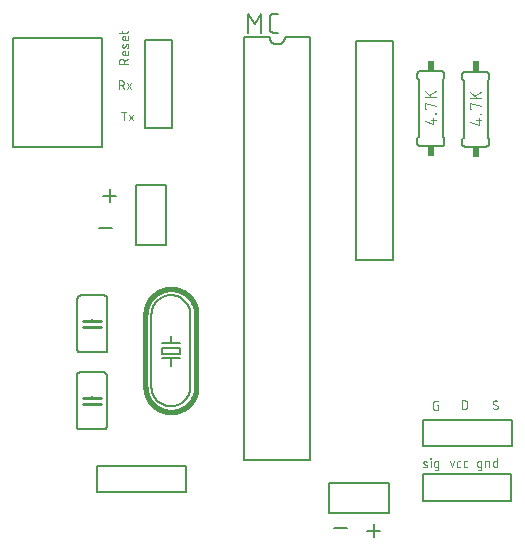
<source format=gbr>
G04 EAGLE Gerber X2 export*
%TF.Part,Single*%
%TF.FileFunction,Legend,Top,1*%
%TF.FilePolarity,Positive*%
%TF.GenerationSoftware,Autodesk,EAGLE,8.6.0*%
%TF.CreationDate,2018-07-05T08:13:12Z*%
G75*
%MOMM*%
%FSLAX34Y34*%
%LPD*%
%AMOC8*
5,1,8,0,0,1.08239X$1,22.5*%
G01*
%ADD10C,0.152400*%
%ADD11C,0.076200*%
%ADD12C,0.177800*%
%ADD13C,0.127000*%
%ADD14R,0.609600X0.863600*%
%ADD15C,0.254000*%
%ADD16C,0.406400*%


D10*
X734738Y90584D02*
X723901Y90584D01*
X729319Y85165D02*
X729319Y96002D01*
X730738Y63084D02*
X719901Y63084D01*
D11*
X1005891Y-86527D02*
X1007119Y-86527D01*
X1007119Y-90619D01*
X1004664Y-90619D01*
X1004586Y-90617D01*
X1004508Y-90612D01*
X1004431Y-90602D01*
X1004354Y-90589D01*
X1004278Y-90573D01*
X1004203Y-90553D01*
X1004129Y-90529D01*
X1004056Y-90502D01*
X1003984Y-90471D01*
X1003914Y-90437D01*
X1003846Y-90400D01*
X1003779Y-90359D01*
X1003714Y-90315D01*
X1003652Y-90269D01*
X1003592Y-90219D01*
X1003534Y-90167D01*
X1003479Y-90112D01*
X1003427Y-90054D01*
X1003377Y-89994D01*
X1003331Y-89932D01*
X1003287Y-89867D01*
X1003246Y-89801D01*
X1003209Y-89732D01*
X1003175Y-89662D01*
X1003144Y-89590D01*
X1003117Y-89517D01*
X1003093Y-89443D01*
X1003073Y-89368D01*
X1003057Y-89292D01*
X1003044Y-89215D01*
X1003034Y-89138D01*
X1003029Y-89060D01*
X1003027Y-88982D01*
X1003027Y-84890D01*
X1003029Y-84810D01*
X1003035Y-84730D01*
X1003045Y-84650D01*
X1003058Y-84571D01*
X1003076Y-84492D01*
X1003097Y-84415D01*
X1003123Y-84339D01*
X1003152Y-84264D01*
X1003184Y-84190D01*
X1003220Y-84118D01*
X1003260Y-84048D01*
X1003303Y-83981D01*
X1003349Y-83915D01*
X1003399Y-83852D01*
X1003451Y-83791D01*
X1003506Y-83732D01*
X1003565Y-83677D01*
X1003625Y-83625D01*
X1003689Y-83575D01*
X1003754Y-83529D01*
X1003822Y-83486D01*
X1003892Y-83446D01*
X1003964Y-83410D01*
X1004038Y-83378D01*
X1004112Y-83349D01*
X1004189Y-83324D01*
X1004266Y-83302D01*
X1004345Y-83284D01*
X1004424Y-83271D01*
X1004503Y-83261D01*
X1004584Y-83255D01*
X1004664Y-83253D01*
X1007119Y-83253D01*
X1027527Y-82753D02*
X1027527Y-90119D01*
X1027527Y-82753D02*
X1029573Y-82753D01*
X1029662Y-82755D01*
X1029751Y-82761D01*
X1029840Y-82771D01*
X1029928Y-82784D01*
X1030016Y-82801D01*
X1030103Y-82823D01*
X1030188Y-82848D01*
X1030273Y-82876D01*
X1030356Y-82909D01*
X1030438Y-82945D01*
X1030518Y-82984D01*
X1030596Y-83027D01*
X1030672Y-83073D01*
X1030747Y-83123D01*
X1030819Y-83176D01*
X1030888Y-83232D01*
X1030955Y-83291D01*
X1031020Y-83352D01*
X1031081Y-83417D01*
X1031140Y-83484D01*
X1031196Y-83553D01*
X1031249Y-83625D01*
X1031299Y-83700D01*
X1031345Y-83776D01*
X1031388Y-83854D01*
X1031427Y-83934D01*
X1031463Y-84016D01*
X1031496Y-84099D01*
X1031524Y-84184D01*
X1031549Y-84269D01*
X1031571Y-84356D01*
X1031588Y-84444D01*
X1031601Y-84532D01*
X1031611Y-84621D01*
X1031617Y-84710D01*
X1031619Y-84799D01*
X1031619Y-88073D01*
X1031617Y-88162D01*
X1031611Y-88251D01*
X1031601Y-88340D01*
X1031588Y-88428D01*
X1031571Y-88516D01*
X1031549Y-88603D01*
X1031524Y-88688D01*
X1031496Y-88773D01*
X1031463Y-88856D01*
X1031427Y-88938D01*
X1031388Y-89018D01*
X1031345Y-89096D01*
X1031299Y-89172D01*
X1031249Y-89247D01*
X1031196Y-89319D01*
X1031140Y-89388D01*
X1031081Y-89455D01*
X1031020Y-89520D01*
X1030955Y-89581D01*
X1030888Y-89640D01*
X1030819Y-89696D01*
X1030747Y-89749D01*
X1030672Y-89799D01*
X1030596Y-89845D01*
X1030518Y-89888D01*
X1030438Y-89927D01*
X1030356Y-89963D01*
X1030273Y-89996D01*
X1030188Y-90024D01*
X1030103Y-90049D01*
X1030016Y-90071D01*
X1029928Y-90088D01*
X1029840Y-90101D01*
X1029751Y-90111D01*
X1029662Y-90117D01*
X1029573Y-90119D01*
X1027527Y-90119D01*
X1055982Y-90119D02*
X1056060Y-90117D01*
X1056138Y-90112D01*
X1056215Y-90102D01*
X1056292Y-90089D01*
X1056368Y-90073D01*
X1056443Y-90053D01*
X1056517Y-90029D01*
X1056590Y-90002D01*
X1056662Y-89971D01*
X1056732Y-89937D01*
X1056801Y-89900D01*
X1056867Y-89859D01*
X1056932Y-89815D01*
X1056994Y-89769D01*
X1057054Y-89719D01*
X1057112Y-89667D01*
X1057167Y-89612D01*
X1057219Y-89554D01*
X1057269Y-89494D01*
X1057315Y-89432D01*
X1057359Y-89367D01*
X1057400Y-89300D01*
X1057437Y-89232D01*
X1057471Y-89162D01*
X1057502Y-89090D01*
X1057529Y-89017D01*
X1057553Y-88943D01*
X1057573Y-88868D01*
X1057589Y-88792D01*
X1057602Y-88715D01*
X1057612Y-88638D01*
X1057617Y-88560D01*
X1057619Y-88482D01*
X1055982Y-90119D02*
X1055868Y-90117D01*
X1055755Y-90112D01*
X1055641Y-90102D01*
X1055528Y-90089D01*
X1055416Y-90072D01*
X1055304Y-90052D01*
X1055193Y-90028D01*
X1055082Y-90000D01*
X1054973Y-89969D01*
X1054865Y-89934D01*
X1054758Y-89895D01*
X1054652Y-89853D01*
X1054548Y-89808D01*
X1054445Y-89759D01*
X1054344Y-89706D01*
X1054245Y-89651D01*
X1054147Y-89592D01*
X1054052Y-89530D01*
X1053959Y-89465D01*
X1053867Y-89397D01*
X1053779Y-89326D01*
X1053692Y-89252D01*
X1053608Y-89175D01*
X1053527Y-89096D01*
X1053731Y-84390D02*
X1053733Y-84312D01*
X1053738Y-84234D01*
X1053748Y-84157D01*
X1053761Y-84080D01*
X1053777Y-84004D01*
X1053797Y-83929D01*
X1053821Y-83855D01*
X1053848Y-83782D01*
X1053879Y-83710D01*
X1053913Y-83640D01*
X1053950Y-83572D01*
X1053991Y-83505D01*
X1054035Y-83440D01*
X1054081Y-83378D01*
X1054131Y-83318D01*
X1054183Y-83260D01*
X1054238Y-83205D01*
X1054296Y-83153D01*
X1054356Y-83103D01*
X1054418Y-83057D01*
X1054483Y-83013D01*
X1054550Y-82972D01*
X1054618Y-82935D01*
X1054688Y-82901D01*
X1054760Y-82870D01*
X1054833Y-82843D01*
X1054907Y-82819D01*
X1054982Y-82799D01*
X1055058Y-82783D01*
X1055135Y-82770D01*
X1055212Y-82760D01*
X1055290Y-82755D01*
X1055368Y-82753D01*
X1055478Y-82755D01*
X1055587Y-82761D01*
X1055697Y-82771D01*
X1055805Y-82784D01*
X1055914Y-82802D01*
X1056021Y-82823D01*
X1056128Y-82849D01*
X1056234Y-82878D01*
X1056339Y-82910D01*
X1056442Y-82947D01*
X1056544Y-82987D01*
X1056645Y-83031D01*
X1056744Y-83079D01*
X1056841Y-83129D01*
X1056936Y-83184D01*
X1057029Y-83242D01*
X1057120Y-83303D01*
X1057209Y-83367D01*
X1054550Y-85822D02*
X1054484Y-85780D01*
X1054419Y-85736D01*
X1054357Y-85688D01*
X1054297Y-85638D01*
X1054239Y-85585D01*
X1054184Y-85529D01*
X1054131Y-85471D01*
X1054082Y-85410D01*
X1054035Y-85347D01*
X1053991Y-85282D01*
X1053951Y-85215D01*
X1053914Y-85146D01*
X1053880Y-85075D01*
X1053849Y-85003D01*
X1053822Y-84929D01*
X1053798Y-84854D01*
X1053778Y-84779D01*
X1053762Y-84702D01*
X1053749Y-84625D01*
X1053739Y-84547D01*
X1053734Y-84468D01*
X1053732Y-84390D01*
X1056801Y-87049D02*
X1056868Y-87091D01*
X1056933Y-87135D01*
X1056995Y-87183D01*
X1057055Y-87233D01*
X1057113Y-87286D01*
X1057168Y-87342D01*
X1057220Y-87401D01*
X1057270Y-87461D01*
X1057317Y-87525D01*
X1057360Y-87590D01*
X1057401Y-87657D01*
X1057438Y-87726D01*
X1057472Y-87797D01*
X1057503Y-87869D01*
X1057530Y-87943D01*
X1057554Y-88017D01*
X1057574Y-88093D01*
X1057590Y-88170D01*
X1057603Y-88247D01*
X1057613Y-88325D01*
X1057618Y-88404D01*
X1057620Y-88482D01*
X1056801Y-87050D02*
X1054550Y-85822D01*
X1003031Y151381D02*
X995721Y153469D01*
X1003031Y151381D02*
X1003031Y156602D01*
X1000942Y155036D02*
X1005119Y155036D01*
X1005119Y160131D02*
X1004597Y160131D01*
X1004597Y160653D01*
X1005119Y160653D01*
X1005119Y160131D01*
X996765Y164183D02*
X995721Y164183D01*
X995721Y169404D01*
X1005119Y166793D01*
X1005119Y173763D02*
X995721Y173763D01*
X995721Y178984D02*
X1001464Y173763D01*
X999376Y175851D02*
X1005119Y178984D01*
X1034221Y152969D02*
X1041531Y150881D01*
X1041531Y156102D01*
X1039442Y154536D02*
X1043619Y154536D01*
X1043619Y159631D02*
X1043097Y159631D01*
X1043097Y160153D01*
X1043619Y160153D01*
X1043619Y159631D01*
X1035265Y163683D02*
X1034221Y163683D01*
X1034221Y168904D01*
X1043619Y166293D01*
X1043619Y173263D02*
X1034221Y173263D01*
X1034221Y178484D02*
X1039964Y173263D01*
X1037876Y175351D02*
X1043619Y178484D01*
X744619Y202381D02*
X737253Y202381D01*
X737253Y204427D01*
X737255Y204516D01*
X737261Y204605D01*
X737271Y204694D01*
X737284Y204782D01*
X737301Y204870D01*
X737323Y204957D01*
X737348Y205042D01*
X737376Y205127D01*
X737409Y205210D01*
X737445Y205292D01*
X737484Y205372D01*
X737527Y205450D01*
X737573Y205526D01*
X737623Y205601D01*
X737676Y205673D01*
X737732Y205742D01*
X737791Y205809D01*
X737852Y205874D01*
X737917Y205935D01*
X737984Y205994D01*
X738053Y206050D01*
X738125Y206103D01*
X738200Y206153D01*
X738276Y206199D01*
X738354Y206242D01*
X738434Y206281D01*
X738516Y206317D01*
X738599Y206350D01*
X738684Y206378D01*
X738769Y206403D01*
X738856Y206425D01*
X738944Y206442D01*
X739032Y206455D01*
X739121Y206465D01*
X739210Y206471D01*
X739299Y206473D01*
X739388Y206471D01*
X739477Y206465D01*
X739566Y206455D01*
X739654Y206442D01*
X739742Y206425D01*
X739829Y206403D01*
X739914Y206378D01*
X739999Y206350D01*
X740082Y206317D01*
X740164Y206281D01*
X740244Y206242D01*
X740322Y206199D01*
X740398Y206153D01*
X740473Y206103D01*
X740545Y206050D01*
X740614Y205994D01*
X740681Y205935D01*
X740746Y205874D01*
X740807Y205809D01*
X740866Y205742D01*
X740922Y205673D01*
X740975Y205601D01*
X741025Y205526D01*
X741071Y205450D01*
X741114Y205372D01*
X741153Y205292D01*
X741189Y205210D01*
X741222Y205127D01*
X741250Y205042D01*
X741275Y204957D01*
X741297Y204870D01*
X741314Y204782D01*
X741327Y204694D01*
X741337Y204605D01*
X741343Y204516D01*
X741345Y204427D01*
X741345Y202381D01*
X741345Y204836D02*
X744619Y206473D01*
X744619Y210794D02*
X744619Y212840D01*
X744619Y210794D02*
X744617Y210725D01*
X744611Y210657D01*
X744602Y210588D01*
X744588Y210521D01*
X744571Y210454D01*
X744550Y210388D01*
X744526Y210324D01*
X744497Y210261D01*
X744466Y210200D01*
X744431Y210141D01*
X744393Y210083D01*
X744351Y210028D01*
X744307Y209976D01*
X744259Y209926D01*
X744209Y209878D01*
X744157Y209834D01*
X744102Y209793D01*
X744044Y209754D01*
X743985Y209719D01*
X743924Y209688D01*
X743861Y209659D01*
X743797Y209635D01*
X743731Y209614D01*
X743664Y209597D01*
X743597Y209583D01*
X743529Y209574D01*
X743460Y209568D01*
X743391Y209566D01*
X743391Y209567D02*
X741345Y209567D01*
X741345Y209566D02*
X741266Y209568D01*
X741187Y209574D01*
X741108Y209583D01*
X741030Y209596D01*
X740953Y209614D01*
X740877Y209634D01*
X740802Y209659D01*
X740728Y209687D01*
X740655Y209718D01*
X740584Y209754D01*
X740515Y209792D01*
X740448Y209834D01*
X740383Y209879D01*
X740320Y209927D01*
X740259Y209978D01*
X740202Y210032D01*
X740146Y210088D01*
X740094Y210147D01*
X740044Y210209D01*
X739998Y210273D01*
X739954Y210339D01*
X739914Y210407D01*
X739878Y210477D01*
X739844Y210549D01*
X739814Y210623D01*
X739788Y210697D01*
X739765Y210773D01*
X739747Y210850D01*
X739731Y210927D01*
X739720Y211006D01*
X739712Y211084D01*
X739708Y211163D01*
X739708Y211243D01*
X739712Y211322D01*
X739720Y211400D01*
X739731Y211479D01*
X739747Y211556D01*
X739765Y211633D01*
X739788Y211709D01*
X739814Y211783D01*
X739844Y211857D01*
X739878Y211929D01*
X739914Y211999D01*
X739954Y212067D01*
X739998Y212133D01*
X740044Y212197D01*
X740094Y212259D01*
X740146Y212318D01*
X740202Y212374D01*
X740259Y212428D01*
X740320Y212479D01*
X740383Y212527D01*
X740448Y212572D01*
X740515Y212614D01*
X740584Y212652D01*
X740655Y212688D01*
X740728Y212719D01*
X740802Y212747D01*
X740877Y212772D01*
X740953Y212792D01*
X741030Y212810D01*
X741108Y212823D01*
X741187Y212832D01*
X741266Y212838D01*
X741345Y212840D01*
X742164Y212840D01*
X742164Y209567D01*
X741754Y216520D02*
X742573Y218566D01*
X741754Y216520D02*
X741729Y216461D01*
X741700Y216404D01*
X741667Y216349D01*
X741631Y216296D01*
X741593Y216245D01*
X741551Y216197D01*
X741506Y216151D01*
X741459Y216108D01*
X741409Y216068D01*
X741357Y216031D01*
X741302Y215997D01*
X741246Y215966D01*
X741188Y215939D01*
X741128Y215916D01*
X741068Y215896D01*
X741006Y215880D01*
X740943Y215867D01*
X740879Y215859D01*
X740816Y215854D01*
X740752Y215853D01*
X740688Y215856D01*
X740624Y215863D01*
X740561Y215874D01*
X740499Y215888D01*
X740437Y215906D01*
X740377Y215928D01*
X740318Y215953D01*
X740261Y215982D01*
X740206Y216015D01*
X740153Y216050D01*
X740102Y216089D01*
X740053Y216131D01*
X740007Y216175D01*
X739964Y216223D01*
X739924Y216272D01*
X739887Y216325D01*
X739853Y216379D01*
X739822Y216435D01*
X739795Y216493D01*
X739771Y216552D01*
X739752Y216613D01*
X739735Y216675D01*
X739723Y216738D01*
X739714Y216801D01*
X739709Y216865D01*
X739708Y216929D01*
X739712Y217065D01*
X739720Y217200D01*
X739732Y217336D01*
X739748Y217470D01*
X739768Y217605D01*
X739791Y217738D01*
X739819Y217871D01*
X739850Y218003D01*
X739885Y218134D01*
X739924Y218264D01*
X739967Y218393D01*
X740014Y218520D01*
X740064Y218646D01*
X740118Y218771D01*
X742573Y218566D02*
X742598Y218625D01*
X742627Y218682D01*
X742660Y218737D01*
X742696Y218790D01*
X742734Y218841D01*
X742776Y218889D01*
X742821Y218935D01*
X742868Y218978D01*
X742918Y219018D01*
X742970Y219055D01*
X743025Y219089D01*
X743081Y219120D01*
X743139Y219147D01*
X743199Y219170D01*
X743259Y219190D01*
X743321Y219206D01*
X743384Y219219D01*
X743448Y219227D01*
X743511Y219232D01*
X743575Y219233D01*
X743639Y219230D01*
X743703Y219223D01*
X743766Y219212D01*
X743828Y219198D01*
X743890Y219180D01*
X743950Y219158D01*
X744009Y219133D01*
X744066Y219104D01*
X744121Y219071D01*
X744174Y219036D01*
X744225Y218997D01*
X744274Y218955D01*
X744320Y218911D01*
X744363Y218863D01*
X744403Y218814D01*
X744440Y218761D01*
X744474Y218707D01*
X744505Y218651D01*
X744532Y218593D01*
X744556Y218534D01*
X744575Y218473D01*
X744592Y218411D01*
X744604Y218348D01*
X744613Y218285D01*
X744618Y218221D01*
X744619Y218157D01*
X744615Y217993D01*
X744607Y217829D01*
X744595Y217665D01*
X744579Y217502D01*
X744559Y217339D01*
X744536Y217176D01*
X744508Y217015D01*
X744477Y216853D01*
X744442Y216693D01*
X744403Y216534D01*
X744360Y216375D01*
X744314Y216218D01*
X744264Y216061D01*
X744210Y215906D01*
X744619Y223474D02*
X744619Y225520D01*
X744619Y223474D02*
X744617Y223405D01*
X744611Y223337D01*
X744602Y223268D01*
X744588Y223201D01*
X744571Y223134D01*
X744550Y223068D01*
X744526Y223004D01*
X744497Y222941D01*
X744466Y222880D01*
X744431Y222821D01*
X744393Y222763D01*
X744351Y222708D01*
X744307Y222656D01*
X744259Y222606D01*
X744209Y222558D01*
X744157Y222514D01*
X744102Y222473D01*
X744044Y222434D01*
X743985Y222399D01*
X743924Y222368D01*
X743861Y222339D01*
X743797Y222315D01*
X743731Y222294D01*
X743664Y222277D01*
X743597Y222263D01*
X743529Y222254D01*
X743460Y222248D01*
X743391Y222246D01*
X741345Y222246D01*
X741266Y222248D01*
X741187Y222254D01*
X741108Y222263D01*
X741030Y222276D01*
X740953Y222294D01*
X740877Y222314D01*
X740802Y222339D01*
X740728Y222367D01*
X740655Y222398D01*
X740584Y222434D01*
X740515Y222472D01*
X740448Y222514D01*
X740383Y222559D01*
X740320Y222607D01*
X740259Y222658D01*
X740202Y222712D01*
X740146Y222768D01*
X740094Y222827D01*
X740044Y222889D01*
X739998Y222953D01*
X739954Y223019D01*
X739914Y223087D01*
X739878Y223157D01*
X739844Y223229D01*
X739814Y223303D01*
X739788Y223377D01*
X739765Y223453D01*
X739747Y223530D01*
X739731Y223607D01*
X739720Y223686D01*
X739712Y223764D01*
X739708Y223843D01*
X739708Y223923D01*
X739712Y224002D01*
X739720Y224080D01*
X739731Y224159D01*
X739747Y224236D01*
X739765Y224313D01*
X739788Y224389D01*
X739814Y224463D01*
X739844Y224537D01*
X739878Y224609D01*
X739914Y224679D01*
X739954Y224747D01*
X739998Y224813D01*
X740044Y224877D01*
X740094Y224939D01*
X740146Y224998D01*
X740202Y225054D01*
X740259Y225108D01*
X740320Y225159D01*
X740383Y225207D01*
X740448Y225252D01*
X740515Y225294D01*
X740584Y225332D01*
X740655Y225368D01*
X740728Y225399D01*
X740802Y225427D01*
X740877Y225452D01*
X740953Y225472D01*
X741030Y225490D01*
X741108Y225503D01*
X741187Y225512D01*
X741266Y225518D01*
X741345Y225520D01*
X742164Y225520D01*
X742164Y222246D01*
X739708Y227956D02*
X739708Y230411D01*
X737253Y228774D02*
X743391Y228774D01*
X743460Y228776D01*
X743528Y228782D01*
X743597Y228791D01*
X743664Y228805D01*
X743731Y228822D01*
X743797Y228843D01*
X743861Y228867D01*
X743924Y228896D01*
X743985Y228927D01*
X744044Y228962D01*
X744102Y229000D01*
X744157Y229042D01*
X744209Y229086D01*
X744259Y229134D01*
X744307Y229184D01*
X744351Y229236D01*
X744393Y229291D01*
X744431Y229349D01*
X744466Y229408D01*
X744497Y229469D01*
X744526Y229532D01*
X744550Y229596D01*
X744571Y229662D01*
X744588Y229729D01*
X744602Y229796D01*
X744611Y229865D01*
X744617Y229933D01*
X744619Y230002D01*
X744619Y230411D01*
X736881Y188247D02*
X736881Y180881D01*
X736881Y188247D02*
X738927Y188247D01*
X739016Y188245D01*
X739105Y188239D01*
X739194Y188229D01*
X739282Y188216D01*
X739370Y188199D01*
X739457Y188177D01*
X739542Y188152D01*
X739627Y188124D01*
X739710Y188091D01*
X739792Y188055D01*
X739872Y188016D01*
X739950Y187973D01*
X740026Y187927D01*
X740101Y187877D01*
X740173Y187824D01*
X740242Y187768D01*
X740309Y187709D01*
X740374Y187648D01*
X740435Y187583D01*
X740494Y187516D01*
X740550Y187447D01*
X740603Y187375D01*
X740653Y187300D01*
X740699Y187224D01*
X740742Y187146D01*
X740781Y187066D01*
X740817Y186984D01*
X740850Y186901D01*
X740878Y186816D01*
X740903Y186731D01*
X740925Y186644D01*
X740942Y186556D01*
X740955Y186468D01*
X740965Y186379D01*
X740971Y186290D01*
X740973Y186201D01*
X740971Y186112D01*
X740965Y186023D01*
X740955Y185934D01*
X740942Y185846D01*
X740925Y185758D01*
X740903Y185671D01*
X740878Y185586D01*
X740850Y185501D01*
X740817Y185418D01*
X740781Y185336D01*
X740742Y185256D01*
X740699Y185178D01*
X740653Y185102D01*
X740603Y185027D01*
X740550Y184955D01*
X740494Y184886D01*
X740435Y184819D01*
X740374Y184754D01*
X740309Y184693D01*
X740242Y184634D01*
X740173Y184578D01*
X740101Y184525D01*
X740026Y184475D01*
X739950Y184429D01*
X739872Y184386D01*
X739792Y184347D01*
X739710Y184311D01*
X739627Y184278D01*
X739542Y184250D01*
X739457Y184225D01*
X739370Y184203D01*
X739282Y184186D01*
X739194Y184173D01*
X739105Y184163D01*
X739016Y184157D01*
X738927Y184155D01*
X736881Y184155D01*
X739336Y184155D02*
X740973Y180881D01*
X743823Y180881D02*
X747096Y185792D01*
X743823Y185792D02*
X747096Y180881D01*
X740927Y161747D02*
X740927Y154381D01*
X738881Y161747D02*
X742973Y161747D01*
X748660Y159292D02*
X745386Y154381D01*
X748660Y154381D02*
X745386Y159292D01*
X995234Y-136254D02*
X997280Y-137073D01*
X995234Y-136254D02*
X995175Y-136229D01*
X995118Y-136200D01*
X995063Y-136167D01*
X995010Y-136131D01*
X994959Y-136093D01*
X994911Y-136051D01*
X994865Y-136006D01*
X994822Y-135959D01*
X994782Y-135909D01*
X994745Y-135857D01*
X994711Y-135802D01*
X994680Y-135746D01*
X994653Y-135688D01*
X994630Y-135628D01*
X994610Y-135568D01*
X994594Y-135506D01*
X994581Y-135443D01*
X994573Y-135379D01*
X994568Y-135316D01*
X994567Y-135252D01*
X994570Y-135188D01*
X994577Y-135124D01*
X994588Y-135061D01*
X994602Y-134999D01*
X994620Y-134937D01*
X994642Y-134877D01*
X994667Y-134818D01*
X994696Y-134761D01*
X994729Y-134706D01*
X994764Y-134653D01*
X994803Y-134602D01*
X994845Y-134553D01*
X994889Y-134507D01*
X994937Y-134464D01*
X994986Y-134424D01*
X995039Y-134387D01*
X995093Y-134353D01*
X995149Y-134322D01*
X995207Y-134295D01*
X995266Y-134271D01*
X995327Y-134252D01*
X995389Y-134235D01*
X995452Y-134223D01*
X995515Y-134214D01*
X995579Y-134209D01*
X995643Y-134208D01*
X995779Y-134212D01*
X995914Y-134220D01*
X996050Y-134232D01*
X996184Y-134248D01*
X996319Y-134268D01*
X996452Y-134291D01*
X996585Y-134319D01*
X996717Y-134350D01*
X996848Y-134385D01*
X996978Y-134424D01*
X997107Y-134467D01*
X997234Y-134514D01*
X997360Y-134564D01*
X997485Y-134618D01*
X997280Y-137073D02*
X997339Y-137098D01*
X997396Y-137127D01*
X997451Y-137160D01*
X997504Y-137196D01*
X997555Y-137234D01*
X997603Y-137276D01*
X997649Y-137321D01*
X997692Y-137368D01*
X997732Y-137418D01*
X997769Y-137470D01*
X997803Y-137525D01*
X997834Y-137581D01*
X997861Y-137639D01*
X997884Y-137699D01*
X997904Y-137759D01*
X997920Y-137821D01*
X997933Y-137884D01*
X997941Y-137948D01*
X997946Y-138011D01*
X997947Y-138075D01*
X997944Y-138139D01*
X997937Y-138203D01*
X997926Y-138266D01*
X997912Y-138328D01*
X997894Y-138390D01*
X997872Y-138450D01*
X997847Y-138509D01*
X997818Y-138566D01*
X997785Y-138621D01*
X997750Y-138674D01*
X997711Y-138725D01*
X997669Y-138774D01*
X997625Y-138820D01*
X997577Y-138863D01*
X997528Y-138903D01*
X997475Y-138940D01*
X997421Y-138974D01*
X997365Y-139005D01*
X997307Y-139032D01*
X997248Y-139056D01*
X997187Y-139075D01*
X997125Y-139092D01*
X997062Y-139104D01*
X996999Y-139113D01*
X996935Y-139118D01*
X996871Y-139119D01*
X996707Y-139115D01*
X996543Y-139107D01*
X996379Y-139095D01*
X996216Y-139079D01*
X996053Y-139059D01*
X995890Y-139036D01*
X995729Y-139008D01*
X995567Y-138977D01*
X995407Y-138942D01*
X995248Y-138903D01*
X995089Y-138860D01*
X994932Y-138814D01*
X994775Y-138764D01*
X994620Y-138710D01*
X1000890Y-139119D02*
X1000890Y-134208D01*
X1000686Y-132162D02*
X1000686Y-131753D01*
X1001095Y-131753D01*
X1001095Y-132162D01*
X1000686Y-132162D01*
X1005073Y-139119D02*
X1007119Y-139119D01*
X1005073Y-139119D02*
X1005004Y-139117D01*
X1004936Y-139111D01*
X1004867Y-139102D01*
X1004800Y-139088D01*
X1004733Y-139071D01*
X1004667Y-139050D01*
X1004603Y-139026D01*
X1004540Y-138997D01*
X1004479Y-138966D01*
X1004420Y-138931D01*
X1004362Y-138893D01*
X1004307Y-138851D01*
X1004255Y-138807D01*
X1004205Y-138759D01*
X1004157Y-138709D01*
X1004113Y-138657D01*
X1004072Y-138602D01*
X1004033Y-138544D01*
X1003998Y-138485D01*
X1003967Y-138424D01*
X1003938Y-138361D01*
X1003914Y-138297D01*
X1003893Y-138231D01*
X1003876Y-138164D01*
X1003862Y-138097D01*
X1003853Y-138029D01*
X1003847Y-137960D01*
X1003845Y-137891D01*
X1003845Y-135436D01*
X1003847Y-135367D01*
X1003853Y-135299D01*
X1003862Y-135230D01*
X1003876Y-135163D01*
X1003893Y-135096D01*
X1003914Y-135030D01*
X1003938Y-134966D01*
X1003967Y-134903D01*
X1003998Y-134842D01*
X1004033Y-134783D01*
X1004071Y-134725D01*
X1004113Y-134670D01*
X1004157Y-134618D01*
X1004205Y-134568D01*
X1004255Y-134520D01*
X1004307Y-134476D01*
X1004362Y-134434D01*
X1004420Y-134396D01*
X1004479Y-134361D01*
X1004540Y-134330D01*
X1004603Y-134301D01*
X1004667Y-134277D01*
X1004733Y-134256D01*
X1004800Y-134239D01*
X1004867Y-134225D01*
X1004936Y-134216D01*
X1005004Y-134210D01*
X1005073Y-134208D01*
X1007119Y-134208D01*
X1007119Y-140347D01*
X1007117Y-140416D01*
X1007111Y-140484D01*
X1007102Y-140553D01*
X1007088Y-140620D01*
X1007071Y-140687D01*
X1007050Y-140753D01*
X1007026Y-140817D01*
X1006997Y-140880D01*
X1006966Y-140941D01*
X1006931Y-141000D01*
X1006893Y-141058D01*
X1006851Y-141113D01*
X1006807Y-141165D01*
X1006759Y-141215D01*
X1006709Y-141263D01*
X1006657Y-141307D01*
X1006602Y-141349D01*
X1006544Y-141387D01*
X1006485Y-141422D01*
X1006424Y-141453D01*
X1006361Y-141482D01*
X1006297Y-141506D01*
X1006231Y-141527D01*
X1006164Y-141544D01*
X1006097Y-141558D01*
X1006028Y-141567D01*
X1005960Y-141573D01*
X1005891Y-141575D01*
X1005891Y-141574D02*
X1004254Y-141574D01*
X1018678Y-139119D02*
X1017041Y-134208D01*
X1020315Y-134208D02*
X1018678Y-139119D01*
X1024374Y-139119D02*
X1026011Y-139119D01*
X1024374Y-139119D02*
X1024305Y-139117D01*
X1024237Y-139111D01*
X1024168Y-139102D01*
X1024101Y-139088D01*
X1024034Y-139071D01*
X1023968Y-139050D01*
X1023904Y-139026D01*
X1023841Y-138997D01*
X1023780Y-138966D01*
X1023721Y-138931D01*
X1023663Y-138893D01*
X1023608Y-138851D01*
X1023556Y-138807D01*
X1023506Y-138759D01*
X1023458Y-138709D01*
X1023414Y-138657D01*
X1023373Y-138602D01*
X1023334Y-138544D01*
X1023299Y-138485D01*
X1023268Y-138424D01*
X1023239Y-138361D01*
X1023215Y-138297D01*
X1023194Y-138231D01*
X1023177Y-138164D01*
X1023163Y-138097D01*
X1023154Y-138029D01*
X1023148Y-137960D01*
X1023146Y-137891D01*
X1023146Y-135436D01*
X1023148Y-135367D01*
X1023154Y-135299D01*
X1023163Y-135230D01*
X1023177Y-135163D01*
X1023194Y-135096D01*
X1023215Y-135030D01*
X1023239Y-134966D01*
X1023268Y-134903D01*
X1023299Y-134842D01*
X1023334Y-134783D01*
X1023372Y-134725D01*
X1023414Y-134670D01*
X1023458Y-134618D01*
X1023506Y-134568D01*
X1023556Y-134520D01*
X1023608Y-134476D01*
X1023663Y-134434D01*
X1023721Y-134396D01*
X1023780Y-134361D01*
X1023841Y-134330D01*
X1023904Y-134301D01*
X1023968Y-134277D01*
X1024034Y-134256D01*
X1024101Y-134239D01*
X1024168Y-134225D01*
X1024237Y-134216D01*
X1024305Y-134210D01*
X1024374Y-134208D01*
X1026011Y-134208D01*
X1029982Y-139119D02*
X1031619Y-139119D01*
X1029982Y-139119D02*
X1029913Y-139117D01*
X1029845Y-139111D01*
X1029776Y-139102D01*
X1029709Y-139088D01*
X1029642Y-139071D01*
X1029576Y-139050D01*
X1029512Y-139026D01*
X1029449Y-138997D01*
X1029388Y-138966D01*
X1029329Y-138931D01*
X1029271Y-138893D01*
X1029216Y-138851D01*
X1029164Y-138807D01*
X1029114Y-138759D01*
X1029066Y-138709D01*
X1029022Y-138657D01*
X1028981Y-138602D01*
X1028942Y-138544D01*
X1028907Y-138485D01*
X1028876Y-138424D01*
X1028847Y-138361D01*
X1028823Y-138297D01*
X1028802Y-138231D01*
X1028785Y-138164D01*
X1028771Y-138097D01*
X1028762Y-138029D01*
X1028756Y-137960D01*
X1028754Y-137891D01*
X1028754Y-135436D01*
X1028756Y-135367D01*
X1028762Y-135299D01*
X1028771Y-135230D01*
X1028785Y-135163D01*
X1028802Y-135096D01*
X1028823Y-135030D01*
X1028847Y-134966D01*
X1028876Y-134903D01*
X1028907Y-134842D01*
X1028942Y-134783D01*
X1028980Y-134725D01*
X1029022Y-134670D01*
X1029066Y-134618D01*
X1029114Y-134568D01*
X1029164Y-134520D01*
X1029216Y-134476D01*
X1029271Y-134434D01*
X1029329Y-134396D01*
X1029388Y-134361D01*
X1029449Y-134330D01*
X1029512Y-134301D01*
X1029576Y-134277D01*
X1029642Y-134256D01*
X1029709Y-134239D01*
X1029776Y-134225D01*
X1029845Y-134216D01*
X1029913Y-134210D01*
X1029982Y-134208D01*
X1031619Y-134208D01*
X1041662Y-139119D02*
X1043708Y-139119D01*
X1041662Y-139119D02*
X1041593Y-139117D01*
X1041525Y-139111D01*
X1041456Y-139102D01*
X1041389Y-139088D01*
X1041322Y-139071D01*
X1041256Y-139050D01*
X1041192Y-139026D01*
X1041129Y-138997D01*
X1041068Y-138966D01*
X1041009Y-138931D01*
X1040951Y-138893D01*
X1040896Y-138851D01*
X1040844Y-138807D01*
X1040794Y-138759D01*
X1040746Y-138709D01*
X1040702Y-138657D01*
X1040661Y-138602D01*
X1040622Y-138544D01*
X1040587Y-138485D01*
X1040556Y-138424D01*
X1040527Y-138361D01*
X1040503Y-138297D01*
X1040482Y-138231D01*
X1040465Y-138164D01*
X1040451Y-138097D01*
X1040442Y-138029D01*
X1040436Y-137960D01*
X1040434Y-137891D01*
X1040434Y-135436D01*
X1040436Y-135367D01*
X1040442Y-135299D01*
X1040451Y-135230D01*
X1040465Y-135163D01*
X1040482Y-135096D01*
X1040503Y-135030D01*
X1040527Y-134966D01*
X1040556Y-134903D01*
X1040587Y-134842D01*
X1040622Y-134783D01*
X1040660Y-134725D01*
X1040702Y-134670D01*
X1040746Y-134618D01*
X1040794Y-134568D01*
X1040844Y-134520D01*
X1040896Y-134476D01*
X1040951Y-134434D01*
X1041009Y-134396D01*
X1041068Y-134361D01*
X1041129Y-134330D01*
X1041192Y-134301D01*
X1041256Y-134277D01*
X1041322Y-134256D01*
X1041389Y-134239D01*
X1041456Y-134225D01*
X1041525Y-134216D01*
X1041593Y-134210D01*
X1041662Y-134208D01*
X1043708Y-134208D01*
X1043708Y-140347D01*
X1043706Y-140416D01*
X1043700Y-140484D01*
X1043691Y-140553D01*
X1043677Y-140620D01*
X1043660Y-140687D01*
X1043639Y-140753D01*
X1043615Y-140817D01*
X1043586Y-140880D01*
X1043555Y-140941D01*
X1043520Y-141000D01*
X1043482Y-141058D01*
X1043440Y-141113D01*
X1043396Y-141165D01*
X1043348Y-141215D01*
X1043298Y-141263D01*
X1043246Y-141307D01*
X1043191Y-141349D01*
X1043133Y-141387D01*
X1043074Y-141422D01*
X1043013Y-141453D01*
X1042950Y-141482D01*
X1042886Y-141506D01*
X1042820Y-141527D01*
X1042753Y-141544D01*
X1042686Y-141558D01*
X1042617Y-141567D01*
X1042549Y-141573D01*
X1042480Y-141575D01*
X1042480Y-141574D02*
X1040843Y-141574D01*
X1047303Y-139119D02*
X1047303Y-134208D01*
X1049349Y-134208D01*
X1049418Y-134210D01*
X1049486Y-134216D01*
X1049555Y-134225D01*
X1049622Y-134239D01*
X1049689Y-134256D01*
X1049755Y-134277D01*
X1049819Y-134301D01*
X1049882Y-134330D01*
X1049943Y-134361D01*
X1050002Y-134396D01*
X1050060Y-134434D01*
X1050115Y-134476D01*
X1050167Y-134520D01*
X1050217Y-134568D01*
X1050265Y-134618D01*
X1050309Y-134670D01*
X1050351Y-134725D01*
X1050389Y-134783D01*
X1050424Y-134842D01*
X1050455Y-134903D01*
X1050484Y-134966D01*
X1050508Y-135030D01*
X1050529Y-135096D01*
X1050546Y-135163D01*
X1050560Y-135230D01*
X1050569Y-135299D01*
X1050575Y-135367D01*
X1050577Y-135436D01*
X1050576Y-135436D02*
X1050576Y-139119D01*
X1057119Y-139119D02*
X1057119Y-131753D01*
X1057119Y-139119D02*
X1055073Y-139119D01*
X1055004Y-139117D01*
X1054936Y-139111D01*
X1054867Y-139102D01*
X1054800Y-139088D01*
X1054733Y-139071D01*
X1054667Y-139050D01*
X1054603Y-139026D01*
X1054540Y-138997D01*
X1054479Y-138966D01*
X1054420Y-138931D01*
X1054362Y-138893D01*
X1054307Y-138851D01*
X1054255Y-138807D01*
X1054205Y-138759D01*
X1054157Y-138709D01*
X1054113Y-138657D01*
X1054072Y-138602D01*
X1054033Y-138544D01*
X1053998Y-138485D01*
X1053967Y-138424D01*
X1053938Y-138361D01*
X1053914Y-138297D01*
X1053893Y-138231D01*
X1053876Y-138164D01*
X1053862Y-138097D01*
X1053853Y-138029D01*
X1053847Y-137960D01*
X1053845Y-137891D01*
X1053845Y-135436D01*
X1053847Y-135367D01*
X1053853Y-135299D01*
X1053862Y-135230D01*
X1053876Y-135163D01*
X1053893Y-135096D01*
X1053914Y-135030D01*
X1053938Y-134966D01*
X1053967Y-134903D01*
X1053998Y-134842D01*
X1054033Y-134783D01*
X1054071Y-134725D01*
X1054113Y-134670D01*
X1054157Y-134618D01*
X1054205Y-134568D01*
X1054255Y-134520D01*
X1054307Y-134476D01*
X1054362Y-134434D01*
X1054420Y-134396D01*
X1054479Y-134361D01*
X1054540Y-134330D01*
X1054603Y-134301D01*
X1054667Y-134277D01*
X1054733Y-134256D01*
X1054800Y-134239D01*
X1054867Y-134225D01*
X1054936Y-134216D01*
X1055004Y-134210D01*
X1055073Y-134208D01*
X1057119Y-134208D01*
D10*
X958238Y-192916D02*
X947401Y-192916D01*
X952819Y-198335D02*
X952819Y-187498D01*
X929738Y-190416D02*
X918901Y-190416D01*
X864650Y225070D02*
X843060Y225070D01*
X864650Y225070D02*
X864652Y224912D01*
X864658Y224753D01*
X864668Y224595D01*
X864682Y224438D01*
X864699Y224280D01*
X864721Y224124D01*
X864746Y223967D01*
X864776Y223812D01*
X864809Y223657D01*
X864846Y223503D01*
X864887Y223350D01*
X864932Y223198D01*
X864981Y223048D01*
X865033Y222898D01*
X865089Y222750D01*
X865149Y222603D01*
X865212Y222458D01*
X865279Y222315D01*
X865349Y222173D01*
X865423Y222033D01*
X865501Y221895D01*
X865582Y221759D01*
X865666Y221625D01*
X865753Y221493D01*
X865844Y221363D01*
X865938Y221236D01*
X866035Y221111D01*
X866136Y220988D01*
X866239Y220868D01*
X866345Y220751D01*
X866454Y220636D01*
X866566Y220524D01*
X866681Y220415D01*
X866798Y220309D01*
X866918Y220206D01*
X867041Y220105D01*
X867166Y220008D01*
X867293Y219914D01*
X867423Y219823D01*
X867555Y219736D01*
X867689Y219652D01*
X867825Y219571D01*
X867963Y219493D01*
X868103Y219419D01*
X868245Y219349D01*
X868388Y219282D01*
X868533Y219219D01*
X868680Y219159D01*
X868828Y219103D01*
X868978Y219051D01*
X869128Y219002D01*
X869280Y218957D01*
X869433Y218916D01*
X869587Y218879D01*
X869742Y218846D01*
X869897Y218816D01*
X870054Y218791D01*
X870210Y218769D01*
X870368Y218752D01*
X870525Y218738D01*
X870683Y218728D01*
X870842Y218722D01*
X871000Y218720D01*
X871158Y218722D01*
X871317Y218728D01*
X871475Y218738D01*
X871632Y218752D01*
X871790Y218769D01*
X871946Y218791D01*
X872103Y218816D01*
X872258Y218846D01*
X872413Y218879D01*
X872567Y218916D01*
X872720Y218957D01*
X872872Y219002D01*
X873022Y219051D01*
X873172Y219103D01*
X873320Y219159D01*
X873467Y219219D01*
X873612Y219282D01*
X873755Y219349D01*
X873897Y219419D01*
X874037Y219493D01*
X874175Y219571D01*
X874311Y219652D01*
X874445Y219736D01*
X874577Y219823D01*
X874707Y219914D01*
X874834Y220008D01*
X874959Y220105D01*
X875082Y220206D01*
X875202Y220309D01*
X875319Y220415D01*
X875434Y220524D01*
X875546Y220636D01*
X875655Y220751D01*
X875761Y220868D01*
X875864Y220988D01*
X875965Y221111D01*
X876062Y221236D01*
X876156Y221363D01*
X876247Y221493D01*
X876334Y221625D01*
X876418Y221759D01*
X876499Y221895D01*
X876577Y222033D01*
X876651Y222173D01*
X876721Y222315D01*
X876788Y222458D01*
X876851Y222603D01*
X876911Y222750D01*
X876967Y222898D01*
X877019Y223048D01*
X877068Y223198D01*
X877113Y223350D01*
X877154Y223503D01*
X877191Y223657D01*
X877224Y223812D01*
X877254Y223967D01*
X877279Y224124D01*
X877301Y224280D01*
X877318Y224438D01*
X877332Y224595D01*
X877342Y224753D01*
X877348Y224912D01*
X877350Y225070D01*
X843060Y225070D02*
X843060Y-133070D01*
X877350Y225070D02*
X898940Y225070D01*
X898940Y-133070D01*
X843060Y-133070D01*
D12*
X846489Y228753D02*
X846489Y244755D01*
X851823Y235865D01*
X857157Y244755D01*
X857157Y228753D01*
X868085Y228753D02*
X871641Y228753D01*
X868085Y228753D02*
X867969Y228755D01*
X867852Y228761D01*
X867736Y228770D01*
X867621Y228783D01*
X867506Y228800D01*
X867391Y228821D01*
X867278Y228846D01*
X867165Y228874D01*
X867053Y228906D01*
X866942Y228942D01*
X866832Y228981D01*
X866724Y229024D01*
X866617Y229070D01*
X866512Y229120D01*
X866409Y229173D01*
X866307Y229229D01*
X866207Y229289D01*
X866109Y229352D01*
X866014Y229419D01*
X865920Y229488D01*
X865829Y229560D01*
X865740Y229635D01*
X865654Y229714D01*
X865571Y229795D01*
X865490Y229878D01*
X865411Y229964D01*
X865336Y230053D01*
X865264Y230144D01*
X865195Y230238D01*
X865128Y230333D01*
X865065Y230431D01*
X865005Y230531D01*
X864949Y230633D01*
X864896Y230736D01*
X864846Y230841D01*
X864800Y230948D01*
X864757Y231056D01*
X864718Y231166D01*
X864682Y231277D01*
X864650Y231389D01*
X864622Y231502D01*
X864597Y231615D01*
X864576Y231730D01*
X864559Y231845D01*
X864546Y231960D01*
X864537Y232076D01*
X864531Y232193D01*
X864529Y232309D01*
X864529Y241199D01*
X864531Y241315D01*
X864537Y241432D01*
X864546Y241548D01*
X864559Y241663D01*
X864576Y241778D01*
X864597Y241893D01*
X864622Y242006D01*
X864650Y242119D01*
X864682Y242231D01*
X864718Y242342D01*
X864757Y242452D01*
X864800Y242560D01*
X864846Y242667D01*
X864896Y242772D01*
X864949Y242875D01*
X865005Y242977D01*
X865065Y243077D01*
X865128Y243175D01*
X865195Y243270D01*
X865264Y243364D01*
X865336Y243455D01*
X865411Y243544D01*
X865490Y243630D01*
X865571Y243713D01*
X865654Y243794D01*
X865740Y243873D01*
X865829Y243948D01*
X865920Y244020D01*
X866014Y244089D01*
X866109Y244156D01*
X866207Y244219D01*
X866307Y244279D01*
X866409Y244335D01*
X866512Y244388D01*
X866617Y244438D01*
X866724Y244484D01*
X866832Y244527D01*
X866942Y244566D01*
X867053Y244602D01*
X867165Y244634D01*
X867278Y244662D01*
X867391Y244687D01*
X867506Y244708D01*
X867621Y244725D01*
X867736Y244738D01*
X867852Y244747D01*
X867969Y244753D01*
X868085Y244755D01*
X871641Y244755D01*
D13*
X751800Y99900D02*
X751800Y49100D01*
X777200Y49100D01*
X777200Y99900D01*
X751800Y99900D01*
X793500Y-138000D02*
X793500Y-160500D01*
X718500Y-160500D01*
X718500Y-138000D01*
X793500Y-138000D01*
X1069500Y-121500D02*
X1069500Y-99000D01*
X1069500Y-121500D02*
X994500Y-121500D01*
X994500Y-99000D01*
X1069500Y-99000D01*
X1069000Y-145000D02*
X1069000Y-167500D01*
X994000Y-167500D01*
X994000Y-145000D01*
X1069000Y-145000D01*
X781500Y222500D02*
X759000Y222500D01*
X781500Y222500D02*
X781500Y147500D01*
X759000Y147500D01*
X759000Y222500D01*
X938000Y36000D02*
X969000Y36000D01*
X969000Y222000D01*
X938000Y222000D01*
X938000Y36000D01*
D10*
X1012430Y193710D02*
X1012428Y193810D01*
X1012422Y193909D01*
X1012412Y194009D01*
X1012399Y194107D01*
X1012381Y194206D01*
X1012360Y194303D01*
X1012335Y194399D01*
X1012306Y194495D01*
X1012273Y194589D01*
X1012237Y194682D01*
X1012197Y194773D01*
X1012153Y194863D01*
X1012106Y194951D01*
X1012056Y195037D01*
X1012002Y195121D01*
X1011945Y195203D01*
X1011885Y195282D01*
X1011821Y195360D01*
X1011755Y195434D01*
X1011686Y195506D01*
X1011614Y195575D01*
X1011540Y195641D01*
X1011462Y195705D01*
X1011383Y195765D01*
X1011301Y195822D01*
X1011217Y195876D01*
X1011131Y195926D01*
X1011043Y195973D01*
X1010953Y196017D01*
X1010862Y196057D01*
X1010769Y196093D01*
X1010675Y196126D01*
X1010579Y196155D01*
X1010483Y196180D01*
X1010386Y196201D01*
X1010287Y196219D01*
X1010189Y196232D01*
X1010089Y196242D01*
X1009990Y196248D01*
X1009890Y196250D01*
X992110Y196250D02*
X992010Y196248D01*
X991911Y196242D01*
X991811Y196232D01*
X991713Y196219D01*
X991614Y196201D01*
X991517Y196180D01*
X991421Y196155D01*
X991325Y196126D01*
X991231Y196093D01*
X991138Y196057D01*
X991047Y196017D01*
X990957Y195973D01*
X990869Y195926D01*
X990783Y195876D01*
X990699Y195822D01*
X990617Y195765D01*
X990538Y195705D01*
X990460Y195641D01*
X990386Y195575D01*
X990314Y195506D01*
X990245Y195434D01*
X990179Y195360D01*
X990115Y195282D01*
X990055Y195203D01*
X989998Y195121D01*
X989944Y195037D01*
X989894Y194951D01*
X989847Y194863D01*
X989803Y194773D01*
X989763Y194682D01*
X989727Y194589D01*
X989694Y194495D01*
X989665Y194399D01*
X989640Y194303D01*
X989619Y194206D01*
X989601Y194107D01*
X989588Y194009D01*
X989578Y193909D01*
X989572Y193810D01*
X989570Y193710D01*
X989570Y135290D02*
X989572Y135190D01*
X989578Y135091D01*
X989588Y134991D01*
X989601Y134893D01*
X989619Y134794D01*
X989640Y134697D01*
X989665Y134601D01*
X989694Y134505D01*
X989727Y134411D01*
X989763Y134318D01*
X989803Y134227D01*
X989847Y134137D01*
X989894Y134049D01*
X989944Y133963D01*
X989998Y133879D01*
X990055Y133797D01*
X990115Y133718D01*
X990179Y133640D01*
X990245Y133566D01*
X990314Y133494D01*
X990386Y133425D01*
X990460Y133359D01*
X990538Y133295D01*
X990617Y133235D01*
X990699Y133178D01*
X990783Y133124D01*
X990869Y133074D01*
X990957Y133027D01*
X991047Y132983D01*
X991138Y132943D01*
X991231Y132907D01*
X991325Y132874D01*
X991421Y132845D01*
X991517Y132820D01*
X991614Y132799D01*
X991713Y132781D01*
X991811Y132768D01*
X991911Y132758D01*
X992010Y132752D01*
X992110Y132750D01*
X1009890Y132750D02*
X1009990Y132752D01*
X1010089Y132758D01*
X1010189Y132768D01*
X1010287Y132781D01*
X1010386Y132799D01*
X1010483Y132820D01*
X1010579Y132845D01*
X1010675Y132874D01*
X1010769Y132907D01*
X1010862Y132943D01*
X1010953Y132983D01*
X1011043Y133027D01*
X1011131Y133074D01*
X1011217Y133124D01*
X1011301Y133178D01*
X1011383Y133235D01*
X1011462Y133295D01*
X1011540Y133359D01*
X1011614Y133425D01*
X1011686Y133494D01*
X1011755Y133566D01*
X1011821Y133640D01*
X1011885Y133718D01*
X1011945Y133797D01*
X1012002Y133879D01*
X1012056Y133963D01*
X1012106Y134049D01*
X1012153Y134137D01*
X1012197Y134227D01*
X1012237Y134318D01*
X1012273Y134411D01*
X1012306Y134505D01*
X1012335Y134601D01*
X1012360Y134697D01*
X1012381Y134794D01*
X1012399Y134893D01*
X1012412Y134991D01*
X1012422Y135091D01*
X1012428Y135190D01*
X1012430Y135290D01*
X1009890Y196250D02*
X992110Y196250D01*
X1012430Y193710D02*
X1012430Y189900D01*
X1011160Y188630D01*
X989570Y189900D02*
X989570Y193710D01*
X989570Y189900D02*
X990840Y188630D01*
X1011160Y140370D02*
X1012430Y139100D01*
X1011160Y140370D02*
X1011160Y188630D01*
X990840Y140370D02*
X989570Y139100D01*
X990840Y140370D02*
X990840Y188630D01*
X1012430Y139100D02*
X1012430Y135290D01*
X989570Y135290D02*
X989570Y139100D01*
X992110Y132750D02*
X1009890Y132750D01*
D14*
X1001000Y128432D03*
X1001000Y200568D03*
D10*
X1047890Y195750D02*
X1047990Y195748D01*
X1048089Y195742D01*
X1048189Y195732D01*
X1048287Y195719D01*
X1048386Y195701D01*
X1048483Y195680D01*
X1048579Y195655D01*
X1048675Y195626D01*
X1048769Y195593D01*
X1048862Y195557D01*
X1048953Y195517D01*
X1049043Y195473D01*
X1049131Y195426D01*
X1049217Y195376D01*
X1049301Y195322D01*
X1049383Y195265D01*
X1049462Y195205D01*
X1049540Y195141D01*
X1049614Y195075D01*
X1049686Y195006D01*
X1049755Y194934D01*
X1049821Y194860D01*
X1049885Y194782D01*
X1049945Y194703D01*
X1050002Y194621D01*
X1050056Y194537D01*
X1050106Y194451D01*
X1050153Y194363D01*
X1050197Y194273D01*
X1050237Y194182D01*
X1050273Y194089D01*
X1050306Y193995D01*
X1050335Y193899D01*
X1050360Y193803D01*
X1050381Y193706D01*
X1050399Y193607D01*
X1050412Y193509D01*
X1050422Y193409D01*
X1050428Y193310D01*
X1050430Y193210D01*
X1030110Y195750D02*
X1030010Y195748D01*
X1029911Y195742D01*
X1029811Y195732D01*
X1029713Y195719D01*
X1029614Y195701D01*
X1029517Y195680D01*
X1029421Y195655D01*
X1029325Y195626D01*
X1029231Y195593D01*
X1029138Y195557D01*
X1029047Y195517D01*
X1028957Y195473D01*
X1028869Y195426D01*
X1028783Y195376D01*
X1028699Y195322D01*
X1028617Y195265D01*
X1028538Y195205D01*
X1028460Y195141D01*
X1028386Y195075D01*
X1028314Y195006D01*
X1028245Y194934D01*
X1028179Y194860D01*
X1028115Y194782D01*
X1028055Y194703D01*
X1027998Y194621D01*
X1027944Y194537D01*
X1027894Y194451D01*
X1027847Y194363D01*
X1027803Y194273D01*
X1027763Y194182D01*
X1027727Y194089D01*
X1027694Y193995D01*
X1027665Y193899D01*
X1027640Y193803D01*
X1027619Y193706D01*
X1027601Y193607D01*
X1027588Y193509D01*
X1027578Y193409D01*
X1027572Y193310D01*
X1027570Y193210D01*
X1027570Y134790D02*
X1027572Y134690D01*
X1027578Y134591D01*
X1027588Y134491D01*
X1027601Y134393D01*
X1027619Y134294D01*
X1027640Y134197D01*
X1027665Y134101D01*
X1027694Y134005D01*
X1027727Y133911D01*
X1027763Y133818D01*
X1027803Y133727D01*
X1027847Y133637D01*
X1027894Y133549D01*
X1027944Y133463D01*
X1027998Y133379D01*
X1028055Y133297D01*
X1028115Y133218D01*
X1028179Y133140D01*
X1028245Y133066D01*
X1028314Y132994D01*
X1028386Y132925D01*
X1028460Y132859D01*
X1028538Y132795D01*
X1028617Y132735D01*
X1028699Y132678D01*
X1028783Y132624D01*
X1028869Y132574D01*
X1028957Y132527D01*
X1029047Y132483D01*
X1029138Y132443D01*
X1029231Y132407D01*
X1029325Y132374D01*
X1029421Y132345D01*
X1029517Y132320D01*
X1029614Y132299D01*
X1029713Y132281D01*
X1029811Y132268D01*
X1029911Y132258D01*
X1030010Y132252D01*
X1030110Y132250D01*
X1047890Y132250D02*
X1047990Y132252D01*
X1048089Y132258D01*
X1048189Y132268D01*
X1048287Y132281D01*
X1048386Y132299D01*
X1048483Y132320D01*
X1048579Y132345D01*
X1048675Y132374D01*
X1048769Y132407D01*
X1048862Y132443D01*
X1048953Y132483D01*
X1049043Y132527D01*
X1049131Y132574D01*
X1049217Y132624D01*
X1049301Y132678D01*
X1049383Y132735D01*
X1049462Y132795D01*
X1049540Y132859D01*
X1049614Y132925D01*
X1049686Y132994D01*
X1049755Y133066D01*
X1049821Y133140D01*
X1049885Y133218D01*
X1049945Y133297D01*
X1050002Y133379D01*
X1050056Y133463D01*
X1050106Y133549D01*
X1050153Y133637D01*
X1050197Y133727D01*
X1050237Y133818D01*
X1050273Y133911D01*
X1050306Y134005D01*
X1050335Y134101D01*
X1050360Y134197D01*
X1050381Y134294D01*
X1050399Y134393D01*
X1050412Y134491D01*
X1050422Y134591D01*
X1050428Y134690D01*
X1050430Y134790D01*
X1047890Y195750D02*
X1030110Y195750D01*
X1050430Y193210D02*
X1050430Y189400D01*
X1049160Y188130D01*
X1027570Y189400D02*
X1027570Y193210D01*
X1027570Y189400D02*
X1028840Y188130D01*
X1049160Y139870D02*
X1050430Y138600D01*
X1049160Y139870D02*
X1049160Y188130D01*
X1028840Y139870D02*
X1027570Y138600D01*
X1028840Y139870D02*
X1028840Y188130D01*
X1050430Y138600D02*
X1050430Y134790D01*
X1027570Y134790D02*
X1027570Y138600D01*
X1030110Y132250D02*
X1047890Y132250D01*
D14*
X1039000Y127932D03*
X1039000Y200068D03*
D10*
X726700Y-61410D02*
X726700Y-104590D01*
X701300Y-104590D02*
X701300Y-61410D01*
X703840Y-107130D02*
X724160Y-107130D01*
X724160Y-58870D02*
X703840Y-58870D01*
X726700Y-104590D02*
X726698Y-104690D01*
X726692Y-104789D01*
X726682Y-104889D01*
X726669Y-104987D01*
X726651Y-105086D01*
X726630Y-105183D01*
X726605Y-105279D01*
X726576Y-105375D01*
X726543Y-105469D01*
X726507Y-105562D01*
X726467Y-105653D01*
X726423Y-105743D01*
X726376Y-105831D01*
X726326Y-105917D01*
X726272Y-106001D01*
X726215Y-106083D01*
X726155Y-106162D01*
X726091Y-106240D01*
X726025Y-106314D01*
X725956Y-106386D01*
X725884Y-106455D01*
X725810Y-106521D01*
X725732Y-106585D01*
X725653Y-106645D01*
X725571Y-106702D01*
X725487Y-106756D01*
X725401Y-106806D01*
X725313Y-106853D01*
X725223Y-106897D01*
X725132Y-106937D01*
X725039Y-106973D01*
X724945Y-107006D01*
X724849Y-107035D01*
X724753Y-107060D01*
X724656Y-107081D01*
X724557Y-107099D01*
X724459Y-107112D01*
X724359Y-107122D01*
X724260Y-107128D01*
X724160Y-107130D01*
X726700Y-61410D02*
X726698Y-61310D01*
X726692Y-61211D01*
X726682Y-61111D01*
X726669Y-61013D01*
X726651Y-60914D01*
X726630Y-60817D01*
X726605Y-60721D01*
X726576Y-60625D01*
X726543Y-60531D01*
X726507Y-60438D01*
X726467Y-60347D01*
X726423Y-60257D01*
X726376Y-60169D01*
X726326Y-60083D01*
X726272Y-59999D01*
X726215Y-59917D01*
X726155Y-59838D01*
X726091Y-59760D01*
X726025Y-59686D01*
X725956Y-59614D01*
X725884Y-59545D01*
X725810Y-59479D01*
X725732Y-59415D01*
X725653Y-59355D01*
X725571Y-59298D01*
X725487Y-59244D01*
X725401Y-59194D01*
X725313Y-59147D01*
X725223Y-59103D01*
X725132Y-59063D01*
X725039Y-59027D01*
X724945Y-58994D01*
X724849Y-58965D01*
X724753Y-58940D01*
X724656Y-58919D01*
X724557Y-58901D01*
X724459Y-58888D01*
X724359Y-58878D01*
X724260Y-58872D01*
X724160Y-58870D01*
X701300Y-104590D02*
X701302Y-104690D01*
X701308Y-104789D01*
X701318Y-104889D01*
X701331Y-104987D01*
X701349Y-105086D01*
X701370Y-105183D01*
X701395Y-105279D01*
X701424Y-105375D01*
X701457Y-105469D01*
X701493Y-105562D01*
X701533Y-105653D01*
X701577Y-105743D01*
X701624Y-105831D01*
X701674Y-105917D01*
X701728Y-106001D01*
X701785Y-106083D01*
X701845Y-106162D01*
X701909Y-106240D01*
X701975Y-106314D01*
X702044Y-106386D01*
X702116Y-106455D01*
X702190Y-106521D01*
X702268Y-106585D01*
X702347Y-106645D01*
X702429Y-106702D01*
X702513Y-106756D01*
X702599Y-106806D01*
X702687Y-106853D01*
X702777Y-106897D01*
X702868Y-106937D01*
X702961Y-106973D01*
X703055Y-107006D01*
X703151Y-107035D01*
X703247Y-107060D01*
X703344Y-107081D01*
X703443Y-107099D01*
X703541Y-107112D01*
X703641Y-107122D01*
X703740Y-107128D01*
X703840Y-107130D01*
X701300Y-61410D02*
X701302Y-61310D01*
X701308Y-61211D01*
X701318Y-61111D01*
X701331Y-61013D01*
X701349Y-60914D01*
X701370Y-60817D01*
X701395Y-60721D01*
X701424Y-60625D01*
X701457Y-60531D01*
X701493Y-60438D01*
X701533Y-60347D01*
X701577Y-60257D01*
X701624Y-60169D01*
X701674Y-60083D01*
X701728Y-59999D01*
X701785Y-59917D01*
X701845Y-59838D01*
X701909Y-59760D01*
X701975Y-59686D01*
X702044Y-59614D01*
X702116Y-59545D01*
X702190Y-59479D01*
X702268Y-59415D01*
X702347Y-59355D01*
X702429Y-59298D01*
X702513Y-59244D01*
X702599Y-59194D01*
X702687Y-59147D01*
X702777Y-59103D01*
X702868Y-59063D01*
X702961Y-59027D01*
X703055Y-58994D01*
X703151Y-58965D01*
X703247Y-58940D01*
X703344Y-58919D01*
X703443Y-58901D01*
X703541Y-58888D01*
X703641Y-58878D01*
X703740Y-58872D01*
X703840Y-58870D01*
X714000Y-85540D02*
X714000Y-86810D01*
D15*
X714000Y-85540D02*
X721620Y-85540D01*
X714000Y-85540D02*
X706380Y-85540D01*
X714000Y-80460D02*
X721620Y-80460D01*
X714000Y-80460D02*
X706380Y-80460D01*
D10*
X714000Y-80460D02*
X714000Y-79190D01*
D16*
X802590Y-70980D02*
X802590Y-10020D01*
X759410Y-10020D02*
X759410Y-70980D01*
D10*
X797510Y-70980D02*
X797510Y-10020D01*
X764490Y-10020D02*
X764490Y-70980D01*
X773380Y-43040D02*
X773380Y-37960D01*
X788620Y-37960D01*
X788620Y-43040D01*
X773380Y-43040D01*
X773380Y-34150D02*
X781000Y-34150D01*
X788620Y-34150D01*
X781000Y-46850D02*
X773380Y-46850D01*
X781000Y-46850D02*
X788620Y-46850D01*
X781000Y-34150D02*
X781000Y-27800D01*
X781000Y-46850D02*
X781000Y-53200D01*
D16*
X759410Y-70980D02*
X759416Y-71506D01*
X759436Y-72031D01*
X759468Y-72556D01*
X759512Y-73080D01*
X759570Y-73602D01*
X759640Y-74124D01*
X759723Y-74643D01*
X759818Y-75160D01*
X759927Y-75674D01*
X760047Y-76186D01*
X760180Y-76695D01*
X760325Y-77200D01*
X760483Y-77702D01*
X760653Y-78199D01*
X760835Y-78693D01*
X761028Y-79181D01*
X761234Y-79665D01*
X761451Y-80144D01*
X761680Y-80617D01*
X761921Y-81085D01*
X762172Y-81547D01*
X762435Y-82002D01*
X762709Y-82451D01*
X762994Y-82893D01*
X763289Y-83328D01*
X763595Y-83755D01*
X763912Y-84175D01*
X764238Y-84587D01*
X764574Y-84992D01*
X764920Y-85387D01*
X765276Y-85775D01*
X765641Y-86153D01*
X766015Y-86523D01*
X766398Y-86883D01*
X766789Y-87234D01*
X767189Y-87575D01*
X767598Y-87906D01*
X768014Y-88228D01*
X768438Y-88539D01*
X768869Y-88840D01*
X769307Y-89130D01*
X769753Y-89409D01*
X770205Y-89677D01*
X770664Y-89935D01*
X771128Y-90181D01*
X771599Y-90416D01*
X772075Y-90639D01*
X772556Y-90850D01*
X773042Y-91050D01*
X773533Y-91238D01*
X774029Y-91414D01*
X774529Y-91577D01*
X775032Y-91729D01*
X775539Y-91868D01*
X776049Y-91995D01*
X776563Y-92109D01*
X777078Y-92211D01*
X777597Y-92300D01*
X778117Y-92377D01*
X778639Y-92440D01*
X779162Y-92492D01*
X779686Y-92530D01*
X780211Y-92556D01*
X780737Y-92568D01*
X781263Y-92568D01*
X781789Y-92556D01*
X782314Y-92530D01*
X782838Y-92492D01*
X783361Y-92440D01*
X783883Y-92377D01*
X784403Y-92300D01*
X784922Y-92211D01*
X785437Y-92109D01*
X785951Y-91995D01*
X786461Y-91868D01*
X786968Y-91729D01*
X787471Y-91577D01*
X787971Y-91414D01*
X788467Y-91238D01*
X788958Y-91050D01*
X789444Y-90850D01*
X789925Y-90639D01*
X790401Y-90416D01*
X790872Y-90181D01*
X791336Y-89935D01*
X791795Y-89677D01*
X792247Y-89409D01*
X792693Y-89130D01*
X793131Y-88840D01*
X793562Y-88539D01*
X793986Y-88228D01*
X794402Y-87906D01*
X794811Y-87575D01*
X795211Y-87234D01*
X795602Y-86883D01*
X795985Y-86523D01*
X796359Y-86153D01*
X796724Y-85775D01*
X797080Y-85387D01*
X797426Y-84992D01*
X797762Y-84587D01*
X798088Y-84175D01*
X798405Y-83755D01*
X798711Y-83328D01*
X799006Y-82893D01*
X799291Y-82451D01*
X799565Y-82002D01*
X799828Y-81547D01*
X800079Y-81085D01*
X800320Y-80617D01*
X800549Y-80144D01*
X800766Y-79665D01*
X800972Y-79181D01*
X801165Y-78693D01*
X801347Y-78199D01*
X801517Y-77702D01*
X801675Y-77200D01*
X801820Y-76695D01*
X801953Y-76186D01*
X802073Y-75674D01*
X802182Y-75160D01*
X802277Y-74643D01*
X802360Y-74124D01*
X802430Y-73602D01*
X802488Y-73080D01*
X802532Y-72556D01*
X802564Y-72031D01*
X802584Y-71506D01*
X802590Y-70980D01*
X802590Y-10020D02*
X802584Y-9494D01*
X802564Y-8969D01*
X802532Y-8444D01*
X802488Y-7920D01*
X802430Y-7398D01*
X802360Y-6876D01*
X802277Y-6357D01*
X802182Y-5840D01*
X802073Y-5326D01*
X801953Y-4814D01*
X801820Y-4305D01*
X801675Y-3800D01*
X801517Y-3298D01*
X801347Y-2801D01*
X801165Y-2307D01*
X800972Y-1819D01*
X800766Y-1335D01*
X800549Y-856D01*
X800320Y-383D01*
X800079Y85D01*
X799828Y547D01*
X799565Y1002D01*
X799291Y1451D01*
X799006Y1893D01*
X798711Y2328D01*
X798405Y2755D01*
X798088Y3175D01*
X797762Y3587D01*
X797426Y3992D01*
X797080Y4387D01*
X796724Y4775D01*
X796359Y5153D01*
X795985Y5523D01*
X795602Y5883D01*
X795211Y6234D01*
X794811Y6575D01*
X794402Y6906D01*
X793986Y7228D01*
X793562Y7539D01*
X793131Y7840D01*
X792693Y8130D01*
X792247Y8409D01*
X791795Y8677D01*
X791336Y8935D01*
X790872Y9181D01*
X790401Y9416D01*
X789925Y9639D01*
X789444Y9850D01*
X788958Y10050D01*
X788467Y10238D01*
X787971Y10414D01*
X787471Y10577D01*
X786968Y10729D01*
X786461Y10868D01*
X785951Y10995D01*
X785437Y11109D01*
X784922Y11211D01*
X784403Y11300D01*
X783883Y11377D01*
X783361Y11440D01*
X782838Y11492D01*
X782314Y11530D01*
X781789Y11556D01*
X781263Y11568D01*
X780737Y11568D01*
X780211Y11556D01*
X779686Y11530D01*
X779162Y11492D01*
X778639Y11440D01*
X778117Y11377D01*
X777597Y11300D01*
X777078Y11211D01*
X776563Y11109D01*
X776049Y10995D01*
X775539Y10868D01*
X775032Y10729D01*
X774529Y10577D01*
X774029Y10414D01*
X773533Y10238D01*
X773042Y10050D01*
X772556Y9850D01*
X772075Y9639D01*
X771599Y9416D01*
X771128Y9181D01*
X770664Y8935D01*
X770205Y8677D01*
X769753Y8409D01*
X769307Y8130D01*
X768869Y7840D01*
X768438Y7539D01*
X768014Y7228D01*
X767598Y6906D01*
X767189Y6575D01*
X766789Y6234D01*
X766398Y5883D01*
X766015Y5523D01*
X765641Y5153D01*
X765276Y4775D01*
X764920Y4387D01*
X764574Y3992D01*
X764238Y3587D01*
X763912Y3175D01*
X763595Y2755D01*
X763289Y2328D01*
X762994Y1893D01*
X762709Y1451D01*
X762435Y1002D01*
X762172Y547D01*
X761921Y85D01*
X761680Y-383D01*
X761451Y-856D01*
X761234Y-1335D01*
X761028Y-1819D01*
X760835Y-2307D01*
X760653Y-2801D01*
X760483Y-3298D01*
X760325Y-3800D01*
X760180Y-4305D01*
X760047Y-4814D01*
X759927Y-5326D01*
X759818Y-5840D01*
X759723Y-6357D01*
X759640Y-6876D01*
X759570Y-7398D01*
X759512Y-7920D01*
X759468Y-8444D01*
X759436Y-8969D01*
X759416Y-9494D01*
X759410Y-10020D01*
D10*
X764490Y-70980D02*
X764495Y-71382D01*
X764510Y-71784D01*
X764534Y-72185D01*
X764568Y-72586D01*
X764612Y-72985D01*
X764666Y-73384D01*
X764729Y-73781D01*
X764802Y-74176D01*
X764885Y-74570D01*
X764977Y-74961D01*
X765079Y-75350D01*
X765190Y-75737D01*
X765311Y-76120D01*
X765440Y-76501D01*
X765579Y-76878D01*
X765728Y-77252D01*
X765885Y-77622D01*
X766051Y-77988D01*
X766226Y-78350D01*
X766410Y-78707D01*
X766602Y-79060D01*
X766803Y-79408D01*
X767013Y-79752D01*
X767231Y-80090D01*
X767457Y-80422D01*
X767691Y-80749D01*
X767932Y-81070D01*
X768182Y-81386D01*
X768439Y-81695D01*
X768704Y-81997D01*
X768976Y-82294D01*
X769255Y-82583D01*
X769541Y-82866D01*
X769834Y-83141D01*
X770133Y-83409D01*
X770439Y-83670D01*
X770751Y-83924D01*
X771069Y-84170D01*
X771394Y-84407D01*
X771723Y-84637D01*
X772059Y-84859D01*
X772399Y-85073D01*
X772745Y-85278D01*
X773096Y-85475D01*
X773451Y-85663D01*
X773811Y-85843D01*
X774175Y-86013D01*
X774543Y-86175D01*
X774915Y-86328D01*
X775290Y-86471D01*
X775669Y-86606D01*
X776051Y-86731D01*
X776436Y-86847D01*
X776824Y-86953D01*
X777214Y-87050D01*
X777607Y-87138D01*
X778001Y-87215D01*
X778397Y-87284D01*
X778795Y-87342D01*
X779194Y-87391D01*
X779594Y-87430D01*
X779995Y-87459D01*
X780397Y-87479D01*
X780799Y-87489D01*
X781201Y-87489D01*
X781603Y-87479D01*
X782005Y-87459D01*
X782406Y-87430D01*
X782806Y-87391D01*
X783205Y-87342D01*
X783603Y-87284D01*
X783999Y-87215D01*
X784393Y-87138D01*
X784786Y-87050D01*
X785176Y-86953D01*
X785564Y-86847D01*
X785949Y-86731D01*
X786331Y-86606D01*
X786710Y-86471D01*
X787085Y-86328D01*
X787457Y-86175D01*
X787825Y-86013D01*
X788189Y-85843D01*
X788549Y-85663D01*
X788904Y-85475D01*
X789255Y-85278D01*
X789601Y-85073D01*
X789941Y-84859D01*
X790277Y-84637D01*
X790606Y-84407D01*
X790931Y-84170D01*
X791249Y-83924D01*
X791561Y-83670D01*
X791867Y-83409D01*
X792166Y-83141D01*
X792459Y-82866D01*
X792745Y-82583D01*
X793024Y-82294D01*
X793296Y-81997D01*
X793561Y-81695D01*
X793818Y-81386D01*
X794068Y-81070D01*
X794309Y-80749D01*
X794543Y-80422D01*
X794769Y-80090D01*
X794987Y-79752D01*
X795197Y-79408D01*
X795398Y-79060D01*
X795590Y-78707D01*
X795774Y-78350D01*
X795949Y-77988D01*
X796115Y-77622D01*
X796272Y-77252D01*
X796421Y-76878D01*
X796560Y-76501D01*
X796689Y-76120D01*
X796810Y-75737D01*
X796921Y-75350D01*
X797023Y-74961D01*
X797115Y-74570D01*
X797198Y-74176D01*
X797271Y-73781D01*
X797334Y-73384D01*
X797388Y-72985D01*
X797432Y-72586D01*
X797466Y-72185D01*
X797490Y-71784D01*
X797505Y-71382D01*
X797510Y-70980D01*
X797510Y-10020D02*
X797505Y-9618D01*
X797490Y-9216D01*
X797466Y-8815D01*
X797432Y-8414D01*
X797388Y-8015D01*
X797334Y-7616D01*
X797271Y-7219D01*
X797198Y-6824D01*
X797115Y-6430D01*
X797023Y-6039D01*
X796921Y-5650D01*
X796810Y-5263D01*
X796689Y-4880D01*
X796560Y-4499D01*
X796421Y-4122D01*
X796272Y-3748D01*
X796115Y-3378D01*
X795949Y-3012D01*
X795774Y-2650D01*
X795590Y-2293D01*
X795398Y-1940D01*
X795197Y-1592D01*
X794987Y-1248D01*
X794769Y-910D01*
X794543Y-578D01*
X794309Y-251D01*
X794068Y70D01*
X793818Y386D01*
X793561Y695D01*
X793296Y997D01*
X793024Y1294D01*
X792745Y1583D01*
X792459Y1866D01*
X792166Y2141D01*
X791867Y2409D01*
X791561Y2670D01*
X791249Y2924D01*
X790931Y3170D01*
X790606Y3407D01*
X790277Y3637D01*
X789941Y3859D01*
X789601Y4073D01*
X789255Y4278D01*
X788904Y4475D01*
X788549Y4663D01*
X788189Y4843D01*
X787825Y5013D01*
X787457Y5175D01*
X787085Y5328D01*
X786710Y5471D01*
X786331Y5606D01*
X785949Y5731D01*
X785564Y5847D01*
X785176Y5953D01*
X784786Y6050D01*
X784393Y6138D01*
X783999Y6215D01*
X783603Y6284D01*
X783205Y6342D01*
X782806Y6391D01*
X782406Y6430D01*
X782005Y6459D01*
X781603Y6479D01*
X781201Y6489D01*
X780799Y6489D01*
X780397Y6479D01*
X779995Y6459D01*
X779594Y6430D01*
X779194Y6391D01*
X778795Y6342D01*
X778397Y6284D01*
X778001Y6215D01*
X777607Y6138D01*
X777214Y6050D01*
X776824Y5953D01*
X776436Y5847D01*
X776051Y5731D01*
X775669Y5606D01*
X775290Y5471D01*
X774915Y5328D01*
X774543Y5175D01*
X774175Y5013D01*
X773811Y4843D01*
X773451Y4663D01*
X773096Y4475D01*
X772745Y4278D01*
X772399Y4073D01*
X772059Y3859D01*
X771723Y3637D01*
X771394Y3407D01*
X771069Y3170D01*
X770751Y2924D01*
X770439Y2670D01*
X770133Y2409D01*
X769834Y2141D01*
X769541Y1866D01*
X769255Y1583D01*
X768976Y1294D01*
X768704Y997D01*
X768439Y695D01*
X768182Y386D01*
X767932Y70D01*
X767691Y-251D01*
X767457Y-578D01*
X767231Y-910D01*
X767013Y-1248D01*
X766803Y-1592D01*
X766602Y-1940D01*
X766410Y-2293D01*
X766226Y-2650D01*
X766051Y-3012D01*
X765885Y-3378D01*
X765728Y-3748D01*
X765579Y-4122D01*
X765440Y-4499D01*
X765311Y-4880D01*
X765190Y-5263D01*
X765079Y-5650D01*
X764977Y-6039D01*
X764885Y-6430D01*
X764802Y-6824D01*
X764729Y-7219D01*
X764666Y-7616D01*
X764612Y-8015D01*
X764568Y-8414D01*
X764534Y-8815D01*
X764510Y-9216D01*
X764495Y-9618D01*
X764490Y-10020D01*
D13*
X722500Y131500D02*
X647500Y131500D01*
X647500Y224000D01*
X722500Y224000D01*
X722500Y131500D01*
D10*
X727200Y3590D02*
X727200Y-39590D01*
X701800Y-39590D02*
X701800Y3590D01*
X704340Y-42130D02*
X724660Y-42130D01*
X724660Y6130D02*
X704340Y6130D01*
X727200Y-39590D02*
X727198Y-39690D01*
X727192Y-39789D01*
X727182Y-39889D01*
X727169Y-39987D01*
X727151Y-40086D01*
X727130Y-40183D01*
X727105Y-40279D01*
X727076Y-40375D01*
X727043Y-40469D01*
X727007Y-40562D01*
X726967Y-40653D01*
X726923Y-40743D01*
X726876Y-40831D01*
X726826Y-40917D01*
X726772Y-41001D01*
X726715Y-41083D01*
X726655Y-41162D01*
X726591Y-41240D01*
X726525Y-41314D01*
X726456Y-41386D01*
X726384Y-41455D01*
X726310Y-41521D01*
X726232Y-41585D01*
X726153Y-41645D01*
X726071Y-41702D01*
X725987Y-41756D01*
X725901Y-41806D01*
X725813Y-41853D01*
X725723Y-41897D01*
X725632Y-41937D01*
X725539Y-41973D01*
X725445Y-42006D01*
X725349Y-42035D01*
X725253Y-42060D01*
X725156Y-42081D01*
X725057Y-42099D01*
X724959Y-42112D01*
X724859Y-42122D01*
X724760Y-42128D01*
X724660Y-42130D01*
X727200Y3590D02*
X727198Y3690D01*
X727192Y3789D01*
X727182Y3889D01*
X727169Y3987D01*
X727151Y4086D01*
X727130Y4183D01*
X727105Y4279D01*
X727076Y4375D01*
X727043Y4469D01*
X727007Y4562D01*
X726967Y4653D01*
X726923Y4743D01*
X726876Y4831D01*
X726826Y4917D01*
X726772Y5001D01*
X726715Y5083D01*
X726655Y5162D01*
X726591Y5240D01*
X726525Y5314D01*
X726456Y5386D01*
X726384Y5455D01*
X726310Y5521D01*
X726232Y5585D01*
X726153Y5645D01*
X726071Y5702D01*
X725987Y5756D01*
X725901Y5806D01*
X725813Y5853D01*
X725723Y5897D01*
X725632Y5937D01*
X725539Y5973D01*
X725445Y6006D01*
X725349Y6035D01*
X725253Y6060D01*
X725156Y6081D01*
X725057Y6099D01*
X724959Y6112D01*
X724859Y6122D01*
X724760Y6128D01*
X724660Y6130D01*
X701800Y-39590D02*
X701802Y-39690D01*
X701808Y-39789D01*
X701818Y-39889D01*
X701831Y-39987D01*
X701849Y-40086D01*
X701870Y-40183D01*
X701895Y-40279D01*
X701924Y-40375D01*
X701957Y-40469D01*
X701993Y-40562D01*
X702033Y-40653D01*
X702077Y-40743D01*
X702124Y-40831D01*
X702174Y-40917D01*
X702228Y-41001D01*
X702285Y-41083D01*
X702345Y-41162D01*
X702409Y-41240D01*
X702475Y-41314D01*
X702544Y-41386D01*
X702616Y-41455D01*
X702690Y-41521D01*
X702768Y-41585D01*
X702847Y-41645D01*
X702929Y-41702D01*
X703013Y-41756D01*
X703099Y-41806D01*
X703187Y-41853D01*
X703277Y-41897D01*
X703368Y-41937D01*
X703461Y-41973D01*
X703555Y-42006D01*
X703651Y-42035D01*
X703747Y-42060D01*
X703844Y-42081D01*
X703943Y-42099D01*
X704041Y-42112D01*
X704141Y-42122D01*
X704240Y-42128D01*
X704340Y-42130D01*
X701800Y3590D02*
X701802Y3690D01*
X701808Y3789D01*
X701818Y3889D01*
X701831Y3987D01*
X701849Y4086D01*
X701870Y4183D01*
X701895Y4279D01*
X701924Y4375D01*
X701957Y4469D01*
X701993Y4562D01*
X702033Y4653D01*
X702077Y4743D01*
X702124Y4831D01*
X702174Y4917D01*
X702228Y5001D01*
X702285Y5083D01*
X702345Y5162D01*
X702409Y5240D01*
X702475Y5314D01*
X702544Y5386D01*
X702616Y5455D01*
X702690Y5521D01*
X702768Y5585D01*
X702847Y5645D01*
X702929Y5702D01*
X703013Y5756D01*
X703099Y5806D01*
X703187Y5853D01*
X703277Y5897D01*
X703368Y5937D01*
X703461Y5973D01*
X703555Y6006D01*
X703651Y6035D01*
X703747Y6060D01*
X703844Y6081D01*
X703943Y6099D01*
X704041Y6112D01*
X704141Y6122D01*
X704240Y6128D01*
X704340Y6130D01*
X714500Y-20540D02*
X714500Y-21810D01*
D15*
X714500Y-20540D02*
X722120Y-20540D01*
X714500Y-20540D02*
X706880Y-20540D01*
X714500Y-15460D02*
X722120Y-15460D01*
X714500Y-15460D02*
X706880Y-15460D01*
D10*
X714500Y-15460D02*
X714500Y-14190D01*
D13*
X914600Y-152300D02*
X965400Y-152300D01*
X914600Y-152300D02*
X914600Y-177700D01*
X965400Y-177700D01*
X965400Y-152300D01*
M02*

</source>
